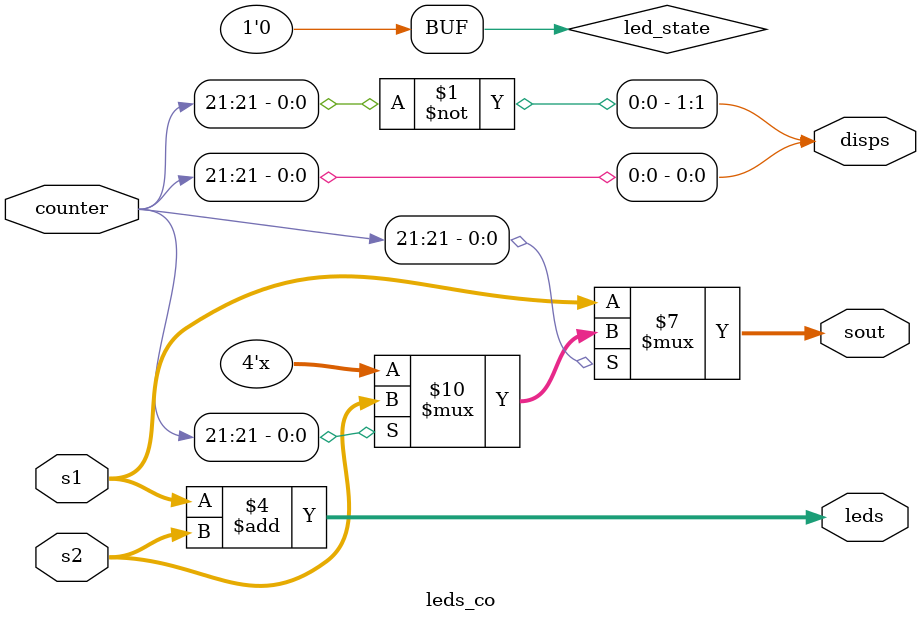
<source format=sv>
/*
by Carlos Ojeda de Silva, September 3 2025
cojedadesilva@g.hmc.edu
This file does and and and xor operatioon on 4 switches and also makes a 2.4Hz blinking LED.
*/
module leds_co(
	input logic [3:0] s1, s2,
	input logic [31:0] counter, //uncomment for testbench
	output 	logic [1:0] disps,
	output logic [3:0] sout,
	output logic [4:0] leds
);

	logic int_osc;
	logic pulse; 
	logic led_state = 0;
	//logic [31:0] counter = 0; //comment for testbench
	
	// Internal high-speed oscillator 
	HSOSC hf_osc (.CLKHFPU(1'b1), .CLKHFEN(1'b1), .CLKHF(int_osc));
	
	// Simple clock divider
	/*
	always_ff @(posedge int_osc) //comment for testbench
		begin
			counter <= counter + 215; 
			if (counter[21]) sout = s1;
			if (~counter[21]) sout = s2;
			leds = s1 + s2;
		end //*/
  assign disps[0] = counter[21];
  assign disps[1] = ~counter[21];
  //*
  always @(*) begin
  if (counter[21]) sout = s2; //uncomment for testbench
  if (~counter[21]) sout = s1;
  leds = s1 + s2;
  end
  //*/
  
  
endmodule
</source>
